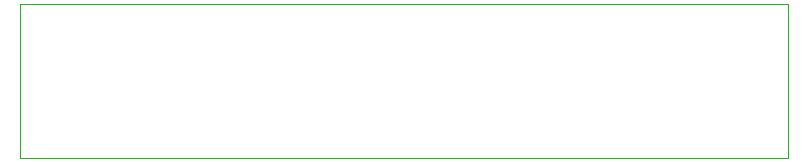
<source format=gbr>
G04 #@! TF.GenerationSoftware,KiCad,Pcbnew,(5.1.2)-2*
G04 #@! TF.CreationDate,2019-12-19T20:04:36-08:00*
G04 #@! TF.ProjectId,led_daughterboard,6c65645f-6461-4756-9768-746572626f61,rev?*
G04 #@! TF.SameCoordinates,Original*
G04 #@! TF.FileFunction,Profile,NP*
%FSLAX46Y46*%
G04 Gerber Fmt 4.6, Leading zero omitted, Abs format (unit mm)*
G04 Created by KiCad (PCBNEW (5.1.2)-2) date 2019-12-19 20:04:36*
%MOMM*%
%LPD*%
G04 APERTURE LIST*
%ADD10C,0.050000*%
G04 APERTURE END LIST*
D10*
X107150000Y-98600000D02*
X107150000Y-85575000D01*
X172250000Y-98600000D02*
X107150000Y-98600000D01*
X172250000Y-85575000D02*
X172250000Y-98600000D01*
X107150000Y-85575000D02*
X172250000Y-85575000D01*
M02*

</source>
